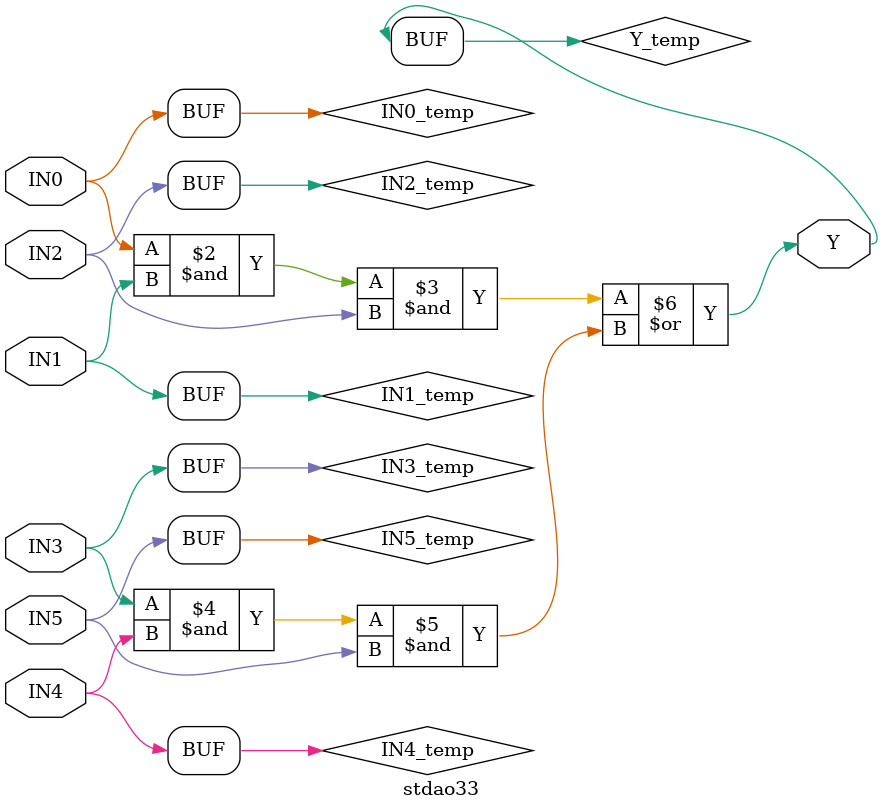
<source format=v>
module stdao33(IN0,IN1,IN2,IN3,IN4,IN5,Y);
  parameter
        d_IN0_r = 0,
        d_IN0_f = 0,
        d_IN1_r = 0,
        d_IN1_f = 0,
        d_IN2_r = 0,
        d_IN2_f = 0,
        d_IN3_r = 0,
        d_IN3_f = 0,
        d_IN4_r = 0,
        d_IN4_f = 0,
        d_IN5_r = 0,
        d_IN5_f = 0,
        d_Y_r = 1,
        d_Y_f = 1;
  input  IN0;
  input  IN1;
  input  IN2;
  input  IN3;
  input  IN4;
  input  IN5;
  output  Y;
  wire  IN0_temp;
  wire  IN1_temp;
  wire  IN2_temp;
  wire  IN3_temp;
  wire  IN4_temp;
  wire  IN5_temp;
  reg  Y_temp;
  assign #(d_IN0_r,d_IN0_f) IN0_temp = IN0;
  assign #(d_IN1_r,d_IN1_f) IN1_temp = IN1;
  assign #(d_IN2_r,d_IN2_f) IN2_temp = IN2;
  assign #(d_IN3_r,d_IN3_f) IN3_temp = IN3;
  assign #(d_IN4_r,d_IN4_f) IN4_temp = IN4;
  assign #(d_IN5_r,d_IN5_f) IN5_temp = IN5;
  assign #(d_Y_r,d_Y_f) Y = Y_temp;
  always
    @(IN0_temp or IN1_temp or IN2_temp or IN3_temp or IN4_temp or IN5_temp)
      begin
      Y_temp = (((IN0_temp & IN1_temp) & IN2_temp) | ((IN3_temp & IN4_temp) & IN5_temp));
      end
endmodule

</source>
